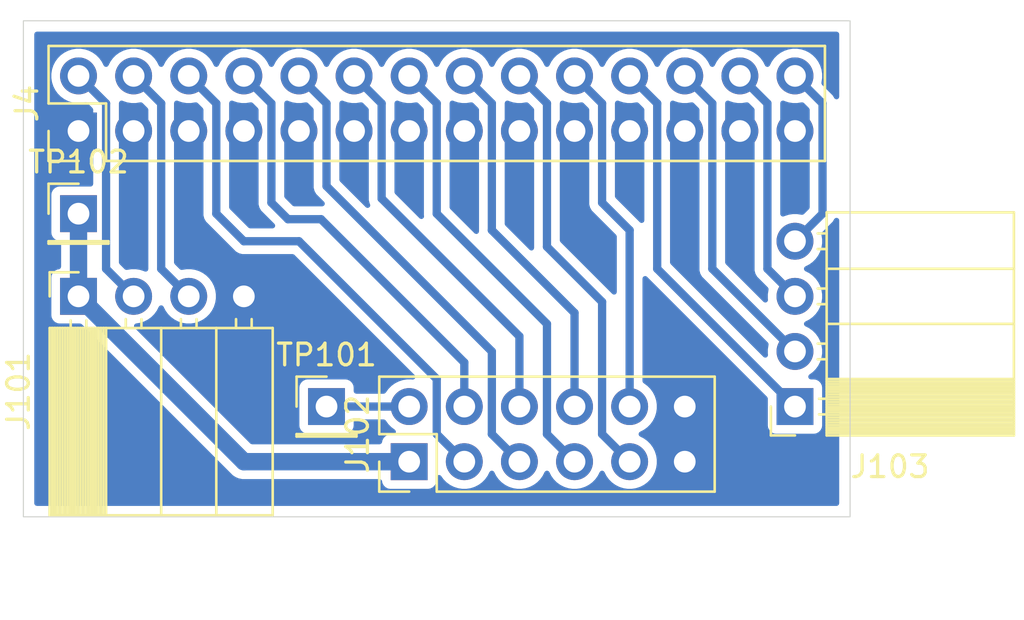
<source format=kicad_pcb>
(kicad_pcb (version 20241229) (generator "pcbnew") (generator_version "9.0")
  (layers (0 "F.Cu" jumper) (2 "B.Cu" signal) (13 "F.Paste" user) (15 "B.Paste" user) (5 "F.SilkS" user "F.Silkscreen") (7 "B.SilkS" user "B.Silkscreen") (1 "F.Mask" user) (3 "B.Mask" user) (25 "Edge.Cuts" user))
  (net 0 "")
  (net 1 "GND")
  (net 2 "+3.3V")
  (net 3 "/GPIO23")
  (net 4 "/GPIO31")
  (net 5 "/GPIO27")
  (net 6 "/GPIO22")
  (net 7 "/GPIO32")
  (net 8 "/GPIO34")
  (net 9 "/GPIO30")
  (net 10 "/GPIO25")
  (net 11 "/GPIO29")
  (net 12 "/GPIO28")
  (net 13 "/GPIO33")
  (net 14 "/GPIO35")
  (net 15 "/GPIO24")
  (net 16 "/GPIO26")
  (net 17 "/~{P2_RES}")
  (footprint "Connector_PinSocket_2.54mm:PinSocket_1x04_P2.54mm_Horizontal" (layer "F.Cu") (at 152.4 99.06 90)
    (property "Reference" "J101" (at -4.38 -2.77 90) (layer "F.SilkS"))
    (property "Value" "Conn_01x04")
    (fp_line (start 1.11 -1.33) (end 1.11 0) (stroke (width 0.12)) (layer "F.SilkS"))
    (fp_line (start 0 -1.33) (end 1.11 -1.33) (stroke (width 0.12)) (layer "F.SilkS"))
    (fp_line (start -1.46 -1.33) (end -1.46 8.95) (stroke (width 0.12)) (layer "F.SilkS"))
    (fp_line (start -10.09 -1.33) (end -1.46 -1.33) (stroke (width 0.12)) (layer "F.SilkS"))
    (fp_line (start -10.09 -1.33) (end -10.09 8.95) (stroke (width 0.12)) (layer "F.SilkS"))
    (fp_line (start -10.09 -1.21) (end -1.46 -1.21) (stroke (width 0.12)) (layer "F.SilkS"))
    (fp_line (start -10.09 -1.091905) (end -1.46 -1.091905) (stroke (width 0.12)) (layer "F.SilkS"))
    (fp_line (start -10.09 -0.97381) (end -1.46 -0.97381) (stroke (width 0.12)) (layer "F.SilkS"))
    (fp_line (start -10.09 -0.855715) (end -1.46 -0.855715) (stroke (width 0.12)) (layer "F.SilkS"))
    (fp_line (start -10.09 -0.73762) (end -1.46 -0.73762) (stroke (width 0.12)) (layer "F.SilkS"))
    (fp_line (start -10.09 -0.619525) (end -1.46 -0.619525) (stroke (width 0.12)) (layer "F.SilkS"))
    (fp_line (start -10.09 -0.50143) (end -1.46 -0.50143) (stroke (width 0.12)) (layer "F.SilkS"))
    (fp_line (start -10.09 -0.383335) (end -1.46 -0.383335) (stroke (width 0.12)) (layer "F.SilkS"))
    (fp_line (start -1.46 -0.36) (end -1.11 -0.36) (stroke (width 0.12)) (layer "F.SilkS"))
    (fp_line (start -10.09 -0.26524) (end -1.46 -0.26524) (stroke (width 0.12)) (layer "F.SilkS"))
    (fp_line (start -10.09 -0.147145) (end -1.46 -0.147145) (stroke (width 0.12)) (layer "F.SilkS"))
    (fp_line (start -10.09 -0.02905) (end -1.46 -0.02905) (stroke (width 0.12)) (layer "F.SilkS"))
    (fp_line (start -10.09 0.089045) (end -1.46 0.089045) (stroke (width 0.12)) (layer "F.SilkS"))
    (fp_line (start -10.09 0.20714) (end -1.46 0.20714) (stroke (width 0.12)) (layer "F.SilkS"))
    (fp_line (start -10.09 0.325235) (end -1.46 0.325235) (stroke (width 0.12)) (layer "F.SilkS"))
    (fp_line (start -1.46 0.36) (end -1.11 0.36) (stroke (width 0.12)) (layer "F.SilkS"))
    (fp_line (start -10.09 0.44333) (end -1.46 0.44333) (stroke (width 0.12)) (layer "F.SilkS"))
    (fp_line (start -10.09 0.561425) (end -1.46 0.561425) (stroke (width 0.12)) (layer "F.SilkS"))
    (fp_line (start -10.09 0.67952) (end -1.46 0.67952) (stroke (width 0.12)) (layer "F.SilkS"))
    (fp_line (start -10.09 0.797615) (end -1.46 0.797615) (stroke (width 0.12)) (layer "F.SilkS"))
    (fp_line (start -10.09 0.91571) (end -1.46 0.91571) (stroke (width 0.12)) (layer "F.SilkS"))
    (fp_line (start -10.09 1.033805) (end -1.46 1.033805) (stroke (width 0.12)) (layer "F.SilkS"))
    (fp_line (start -10.09 1.1519) (end -1.46 1.1519) (stroke (width 0.12)) (layer "F.SilkS"))
    (fp_line (start -10.09 1.27) (end -1.46 1.27) (stroke (width 0.12)) (layer "F.SilkS"))
    (fp_line (start -1.46 2.18) (end -1.05 2.18) (stroke (width 0.12)) (layer "F.SilkS"))
    (fp_line (start -1.46 2.9) (end -1.05 2.9) (stroke (width 0.12)) (layer "F.SilkS"))
    (fp_line (start -10.09 3.81) (end -1.46 3.81) (stroke (width 0.12)) (layer "F.SilkS"))
    (fp_line (start -1.46 4.72) (end -1.05 4.72) (stroke (width 0.12)) (layer "F.SilkS"))
    (fp_line (start -1.46 5.44) (end -1.05 5.44) (stroke (width 0.12)) (layer "F.SilkS"))
    (fp_line (start -10.09 6.35) (end -1.46 6.35) (stroke (width 0.12)) (layer "F.SilkS"))
    (fp_line (start -1.46 7.26) (end -1.05 7.26) (stroke (width 0.12)) (layer "F.SilkS"))
    (fp_line (start -1.46 7.98) (end -1.05 7.98) (stroke (width 0.12)) (layer "F.SilkS"))
    (fp_line (start -10.09 8.95) (end -1.46 8.95) (stroke (width 0.12)) (layer "F.SilkS"))
    (pad "1" thru_hole rect (at 0 0 90) (size 1.7 1.7) (drill 1) (layers "*.Cu" "*.Mask") (net 2 "+3.3V"))
    (pad "2" thru_hole circle (at 0 2.54 90) (size 1.7 1.7) (drill 1) (layers "*.Cu" "*.Mask") (net 6 "/GPIO22"))
    (pad "3" thru_hole circle (at 0 5.08 90) (size 1.7 1.7) (drill 1) (layers "*.Cu" "*.Mask") (net 3 "/GPIO23"))
    (pad "4" thru_hole circle (at 0 7.62 90) (size 1.7 1.7) (drill 1) (layers "*.Cu" "*.Mask") (net 1 "GND"))
  )
  (footprint "Connector_PinSocket_2.54mm:PinSocket_1x04_P2.54mm_Horizontal" (layer "F.Cu") (at 185.42 104.14 180)
    (property "Reference" "J103" (at -4.38 -2.77 0) (layer "F.SilkS"))
    (property "Value" "Conn_01x04")
    (fp_line (start 1.11 -1.33) (end 1.11 0) (stroke (width 0.12)) (layer "F.SilkS"))
    (fp_line (start 0 -1.33) (end 1.11 -1.33) (stroke (width 0.12)) (layer "F.SilkS"))
    (fp_line (start -1.46 7.98) (end -1.05 7.98) (stroke (width 0.12)) (layer "F.SilkS"))
    (fp_line (start -1.46 7.26) (end -1.05 7.26) (stroke (width 0.12)) (layer "F.SilkS"))
    (fp_line (start -1.46 5.44) (end -1.05 5.44) (stroke (width 0.12)) (layer "F.SilkS"))
    (fp_line (start -1.46 4.72) (end -1.05 4.72) (stroke (width 0.12)) (layer "F.SilkS"))
    (fp_line (start -1.46 2.9) (end -1.05 2.9) (stroke (width 0.12)) (layer "F.SilkS"))
    (fp_line (start -1.46 2.18) (end -1.05 2.18) (stroke (width 0.12)) (layer "F.SilkS"))
    (fp_line (start -1.46 0.36) (end -1.11 0.36) (stroke (width 0.12)) (layer "F.SilkS"))
    (fp_line (start -1.46 -0.36) (end -1.11 -0.36) (stroke (width 0.12)) (layer "F.SilkS"))
    (fp_line (start -1.46 -1.33) (end -1.46 8.95) (stroke (width 0.12)) (layer "F.SilkS"))
    (fp_line (start -10.09 8.95) (end -1.46 8.95) (stroke (width 0.12)) (layer "F.SilkS"))
    (fp_line (start -10.09 6.35) (end -1.46 6.35) (stroke (width 0.12)) (layer "F.SilkS"))
    (fp_line (start -10.09 3.81) (end -1.46 3.81) (stroke (width 0.12)) (layer "F.SilkS"))
    (fp_line (start -10.09 1.27) (end -1.46 1.27) (stroke (width 0.12)) (layer "F.SilkS"))
    (fp_line (start -10.09 1.1519) (end -1.46 1.1519) (stroke (width 0.12)) (layer "F.SilkS"))
    (fp_line (start -10.09 1.033805) (end -1.46 1.033805) (stroke (width 0.12)) (layer "F.SilkS"))
    (fp_line (start -10.09 0.91571) (end -1.46 0.91571) (stroke (width 0.12)) (layer "F.SilkS"))
    (fp_line (start -10.09 0.797615) (end -1.46 0.797615) (stroke (width 0.12)) (layer "F.SilkS"))
    (fp_line (start -10.09 0.67952) (end -1.46 0.67952) (stroke (width 0.12)) (layer "F.SilkS"))
    (fp_line (start -10.09 0.561425) (end -1.46 0.561425) (stroke (width 0.12)) (layer "F.SilkS"))
    (fp_line (start -10.09 0.44333) (end -1.46 0.44333) (stroke (width 0.12)) (layer "F.SilkS"))
    (fp_line (start -10.09 0.325235) (end -1.46 0.325235) (stroke (width 0.12)) (layer "F.SilkS"))
    (fp_line (start -10.09 0.20714) (end -1.46 0.20714) (stroke (width 0.12)) (layer "F.SilkS"))
    (fp_line (start -10.09 0.089045) (end -1.46 0.089045) (stroke (width 0.12)) (layer "F.SilkS"))
    (fp_line (start -10.09 -0.02905) (end -1.46 -0.02905) (stroke (width 0.12)) (layer "F.SilkS"))
    (fp_line (start -10.09 -0.147145) (end -1.46 -0.147145) (stroke (width 0.12)) (layer "F.SilkS"))
    (fp_line (start -10.09 -0.26524) (end -1.46 -0.26524) (stroke (width 0.12)) (layer "F.SilkS"))
    (fp_line (start -10.09 -0.383335) (end -1.46 -0.383335) (stroke (width 0.12)) (layer "F.SilkS"))
    (fp_line (start -10.09 -0.50143) (end -1.46 -0.50143) (stroke (width 0.12)) (layer "F.SilkS"))
    (fp_line (start -10.09 -0.619525) (end -1.46 -0.619525) (stroke (width 0.12)) (layer "F.SilkS"))
    (fp_line (start -10.09 -0.73762) (end -1.46 -0.73762) (stroke (width 0.12)) (layer "F.SilkS"))
    (fp_line (start -10.09 -0.855715) (end -1.46 -0.855715) (stroke (width 0.12)) (layer "F.SilkS"))
    (fp_line (start -10.09 -0.97381) (end -1.46 -0.97381) (stroke (width 0.12)) (layer "F.SilkS"))
    (fp_line (start -10.09 -1.091905) (end -1.46 -1.091905) (stroke (width 0.12)) (layer "F.SilkS"))
    (fp_line (start -10.09 -1.21) (end -1.46 -1.21) (stroke (width 0.12)) (layer "F.SilkS"))
    (fp_line (start -10.09 -1.33) (end -1.46 -1.33) (stroke (width 0.12)) (layer "F.SilkS"))
    (fp_line (start -10.09 -1.33) (end -10.09 8.95) (stroke (width 0.12)) (layer "F.SilkS"))
    (pad "1" thru_hole rect (at 0 0 180) (size 1.7 1.7) (drill 1) (layers "*.Cu" "*.Mask") (net 7 "/GPIO32"))
    (pad "2" thru_hole circle (at 0 2.54 180) (size 1.7 1.7) (drill 1) (layers "*.Cu" "*.Mask") (net 13 "/GPIO33"))
    (pad "3" thru_hole circle (at 0 5.08 180) (size 1.7 1.7) (drill 1) (layers "*.Cu" "*.Mask") (net 8 "/GPIO34"))
    (pad "4" thru_hole circle (at 0 7.62 180) (size 1.7 1.7) (drill 1) (layers "*.Cu" "*.Mask") (net 14 "/GPIO35"))
  )
  (footprint "Connector_PinHeader_2.54mm:PinHeader_2x06_P2.54mm_Vertical" (layer "F.Cu") (at 167.64 106.68 90)
    (property "Reference" "J102" (at 1.27 -2.38 90) (layer "F.SilkS"))
    (property "Value" "Conn_02x06_Odd_Even")
    (fp_line (start 3.92 -1.38) (end 3.92 14.08) (stroke (width 0.12)) (layer "F.SilkS"))
    (fp_line (start 1.27 -1.38) (end 3.92 -1.38) (stroke (width 0.12)) (layer "F.SilkS"))
    (fp_line (start -1.38 -1.38) (end 0 -1.38) (stroke (width 0.12)) (layer "F.SilkS"))
    (fp_line (start -1.38 0) (end -1.38 -1.38) (stroke (width 0.12)) (layer "F.SilkS"))
    (fp_line (start 1.27 1.27) (end 1.27 -1.38) (stroke (width 0.12)) (layer "F.SilkS"))
    (fp_line (start -1.38 1.27) (end 1.27 1.27) (stroke (width 0.12)) (layer "F.SilkS"))
    (fp_line (start -1.38 1.27) (end -1.38 14.08) (stroke (width 0.12)) (layer "F.SilkS"))
    (fp_line (start -1.38 14.08) (end 3.92 14.08) (stroke (width 0.12)) (layer "F.SilkS"))
    (pad "1" thru_hole rect (at 0 0 90) (size 1.7 1.7) (drill 1) (layers "*.Cu" "*.Mask") (net 2 "+3.3V"))
    (pad "2" thru_hole circle (at 2.54 0 90) (size 1.7 1.7) (drill 1) (layers "*.Cu" "*.Mask") (net 17 "/~{P2_RES}"))
    (pad "3" thru_hole circle (at 0 2.54 90) (size 1.7 1.7) (drill 1) (layers "*.Cu" "*.Mask") (net 15 "/GPIO24"))
    (pad "4" thru_hole circle (at 2.54 2.54 90) (size 1.7 1.7) (drill 1) (layers "*.Cu" "*.Mask") (net 10 "/GPIO25"))
    (pad "5" thru_hole circle (at 0 5.08 90) (size 1.7 1.7) (drill 1) (layers "*.Cu" "*.Mask") (net 16 "/GPIO26"))
    (pad "6" thru_hole circle (at 2.54 5.08 90) (size 1.7 1.7) (drill 1) (layers "*.Cu" "*.Mask") (net 5 "/GPIO27"))
    (pad "7" thru_hole circle (at 0 7.62 90) (size 1.7 1.7) (drill 1) (layers "*.Cu" "*.Mask") (net 12 "/GPIO28"))
    (pad "8" thru_hole circle (at 2.54 7.62 90) (size 1.7 1.7) (drill 1) (layers "*.Cu" "*.Mask") (net 11 "/GPIO29"))
    (pad "9" thru_hole circle (at 0 10.16 90) (size 1.7 1.7) (drill 1) (layers "*.Cu" "*.Mask") (net 9 "/GPIO30"))
    (pad "10" thru_hole circle (at 2.54 10.16 90) (size 1.7 1.7) (drill 1) (layers "*.Cu" "*.Mask") (net 4 "/GPIO31"))
    (pad "11" thru_hole circle (at 0 12.7 90) (size 1.7 1.7) (drill 1) (layers "*.Cu" "*.Mask") (net 1 "GND"))
    (pad "12" thru_hole circle (at 2.54 12.7 90) (size 1.7 1.7) (drill 1) (layers "*.Cu" "*.Mask") (net 1 "GND"))
  )
  (footprint "Connector_PinHeader_2.54mm:PinHeader_1x01_P2.54mm_Vertical" (layer "F.Cu") (at 163.83 104.14)
    (property "Reference" "TP101" (at 0 -2.38 0) (layer "F.SilkS"))
    (property "Value" "TestPoint")
    (fp_line (start -1.38 -1.38) (end 0 -1.38) (stroke (width 0.12)) (layer "F.SilkS"))
    (fp_line (start -1.38 0) (end -1.38 -1.38) (stroke (width 0.12)) (layer "F.SilkS"))
    (fp_line (start -1.38 1.27) (end -1.38 1.38) (stroke (width 0.12)) (layer "F.SilkS"))
    (fp_line (start -1.38 1.27) (end 1.38 1.27) (stroke (width 0.12)) (layer "F.SilkS"))
    (fp_line (start -1.38 1.38) (end 1.38 1.38) (stroke (width 0.12)) (layer "F.SilkS"))
    (fp_line (start 1.38 1.27) (end 1.38 1.38) (stroke (width 0.12)) (layer "F.SilkS"))
    (pad "1" thru_hole rect (at 0 0) (size 1.7 1.7) (drill 1) (layers "*.Cu" "*.Mask") (net 17 "/~{P2_RES}"))
  )
  (footprint "Connector_PinHeader_2.54mm:PinHeader_1x01_P2.54mm_Vertical" (layer "F.Cu") (at 152.4 95.25)
    (property "Reference" "TP102" (at 0 -2.38 0) (layer "F.SilkS"))
    (property "Value" "TestPoint")
    (fp_line (start -1.38 -1.38) (end 0 -1.38) (stroke (width 0.12)) (layer "F.SilkS"))
    (fp_line (start -1.38 0) (end -1.38 -1.38) (stroke (width 0.12)) (layer "F.SilkS"))
    (fp_line (start -1.38 1.27) (end -1.38 1.38) (stroke (width 0.12)) (layer "F.SilkS"))
    (fp_line (start -1.38 1.27) (end 1.38 1.27) (stroke (width 0.12)) (layer "F.SilkS"))
    (fp_line (start -1.38 1.38) (end 1.38 1.38) (stroke (width 0.12)) (layer "F.SilkS"))
    (fp_line (start 1.38 1.27) (end 1.38 1.38) (stroke (width 0.12)) (layer "F.SilkS"))
    (pad "1" thru_hole rect (at 0 0) (size 1.7 1.7) (drill 1) (layers "*.Cu" "*.Mask") (net 2 "+3.3V"))
  )
  (footprint "Connector_PinHeader_2.54mm:PinHeader_2x14_P2.54mm_Vertical" (layer "F.Cu") (at 152.4 91.44 90)
    (property "Reference" "J4" (at 1.27 -2.38 90) (layer "F.SilkS"))
    (property "Value" "Conn_Center")
    (fp_line (start 3.92 -1.38) (end 3.92 34.4) (stroke (width 0.12)) (layer "F.SilkS"))
    (fp_line (start 1.27 -1.38) (end 3.92 -1.38) (stroke (width 0.12)) (layer "F.SilkS"))
    (fp_line (start -1.38 -1.38) (end 0 -1.38) (stroke (width 0.12)) (layer "F.SilkS"))
    (fp_line (start -1.38 0) (end -1.38 -1.38) (stroke (width 0.12)) (layer "F.SilkS"))
    (fp_line (start 1.27 1.27) (end 1.27 -1.38) (stroke (width 0.12)) (layer "F.SilkS"))
    (fp_line (start -1.38 1.27) (end 1.27 1.27) (stroke (width 0.12)) (layer "F.SilkS"))
    (fp_line (start -1.38 1.27) (end -1.38 34.4) (stroke (width 0.12)) (layer "F.SilkS"))
    (fp_line (start -1.38 34.4) (end 3.92 34.4) (stroke (width 0.12)) (layer "F.SilkS"))
    (pad "1" thru_hole rect (at 0 0 90) (size 1.7 1.7) (drill 1) (layers "*.Cu" "*.Mask") (net 1 "GND"))
    (pad "2" thru_hole circle (at 2.54 0 90) (size 1.7 1.7) (drill 1) (layers "*.Cu" "*.Mask") (net 6 "/GPIO22"))
    (pad "3" thru_hole circle (at 0 2.54 90) (size 1.7 1.7) (drill 1) (layers "*.Cu" "*.Mask") (net 1 "GND"))
    (pad "4" thru_hole circle (at 2.54 2.54 90) (size 1.7 1.7) (drill 1) (layers "*.Cu" "*.Mask") (net 3 "/GPIO23"))
    (pad "5" thru_hole circle (at 0 5.08 90) (size 1.7 1.7) (drill 1) (layers "*.Cu" "*.Mask") (net 1 "GND"))
    (pad "6" thru_hole circle (at 2.54 5.08 90) (size 1.7 1.7) (drill 1) (layers "*.Cu" "*.Mask") (net 15 "/GPIO24"))
    (pad "7" thru_hole circle (at 0 7.62 90) (size 1.7 1.7) (drill 1) (layers "*.Cu" "*.Mask") (net 1 "GND"))
    (pad "8" thru_hole circle (at 2.54 7.62 90) (size 1.7 1.7) (drill 1) (layers "*.Cu" "*.Mask") (net 10 "/GPIO25"))
    (pad "9" thru_hole circle (at 0 10.16 90) (size 1.7 1.7) (drill 1) (layers "*.Cu" "*.Mask") (net 1 "GND"))
    (pad "10" thru_hole circle (at 2.54 10.16 90) (size 1.7 1.7) (drill 1) (layers "*.Cu" "*.Mask") (net 16 "/GPIO26"))
    (pad "11" thru_hole circle (at 0 12.7 90) (size 1.7 1.7) (drill 1) (layers "*.Cu" "*.Mask") (net 1 "GND"))
    (pad "12" thru_hole circle (at 2.54 12.7 90) (size 1.7 1.7) (drill 1) (layers "*.Cu" "*.Mask") (net 5 "/GPIO27"))
    (pad "13" thru_hole circle (at 0 15.24 90) (size 1.7 1.7) (drill 1) (layers "*.Cu" "*.Mask") (net 1 "GND"))
    (pad "14" thru_hole circle (at 2.54 15.24 90) (size 1.7 1.7) (drill 1) (layers "*.Cu" "*.Mask") (net 12 "/GPIO28"))
    (pad "15" thru_hole circle (at 0 17.78 90) (size 1.7 1.7) (drill 1) (layers "*.Cu" "*.Mask") (net 1 "GND"))
    (pad "16" thru_hole circle (at 2.54 17.78 90) (size 1.7 1.7) (drill 1) (layers "*.Cu" "*.Mask") (net 11 "/GPIO29"))
    (pad "17" thru_hole circle (at 0 20.32 90) (size 1.7 1.7) (drill 1) (layers "*.Cu" "*.Mask") (net 1 "GND"))
    (pad "18" thru_hole circle (at 2.54 20.32 90) (size 1.7 1.7) (drill 1) (layers "*.Cu" "*.Mask") (net 9 "/GPIO30"))
    (pad "19" thru_hole circle (at 0 22.86 90) (size 1.7 1.7) (drill 1) (layers "*.Cu" "*.Mask") (net 1 "GND"))
    (pad "20" thru_hole circle (at 2.54 22.86 90) (size 1.7 1.7) (drill 1) (layers "*.Cu" "*.Mask") (net 4 "/GPIO31"))
    (pad "21" thru_hole circle (at 0 25.4 90) (size 1.7 1.7) (drill 1) (layers "*.Cu" "*.Mask") (net 1 "GND"))
    (pad "22" thru_hole circle (at 2.54 25.4 90) (size 1.7 1.7) (drill 1) (layers "*.Cu" "*.Mask") (net 7 "/GPIO32"))
    (pad "23" thru_hole circle (at 0 27.94 90) (size 1.7 1.7) (drill 1) (layers "*.Cu" "*.Mask") (net 1 "GND"))
    (pad "24" thru_hole circle (at 2.54 27.94 90) (size 1.7 1.7) (drill 1) (layers "*.Cu" "*.Mask") (net 13 "/GPIO33"))
    (pad "25" thru_hole circle (at 0 30.48 90) (size 1.7 1.7) (drill 1) (layers "*.Cu" "*.Mask") (net 1 "GND"))
    (pad "26" thru_hole circle (at 2.54 30.48 90) (size 1.7 1.7) (drill 1) (layers "*.Cu" "*.Mask") (net 8 "/GPIO34"))
    (pad "27" thru_hole circle (at 0 33.02 90) (size 1.7 1.7) (drill 1) (layers "*.Cu" "*.Mask") (net 1 "GND"))
    (pad "28" thru_hole circle (at 2.54 33.02 90) (size 1.7 1.7) (drill 1) (layers "*.Cu" "*.Mask") (net 14 "/GPIO35"))
  )
  (gr_rect (start 149.86 86.36) (end 187.96 109.22) (stroke (width 0.05)) (fill no) (layer "Edge.Cuts"))
  (segment (start 167.64 106.68) (end 160.02 106.68) (width 0.8) (layer "B.Cu") (net 2))
  (segment (start 160.02 106.68) (end 152.4 99.06) (width 0.8) (layer "B.Cu") (net 2))
  (segment (start 152.4 99.06) (end 152.4 95.25) (width 0.8) (layer "B.Cu") (net 2))
  (segment (start 156.21 97.79) (end 157.48 99.06) (width 0.381) (layer "B.Cu") (net 3))
  (segment (start 154.94 88.9) (end 156.21 90.17) (width 0.381) (layer "B.Cu") (net 3))
  (segment (start 156.21 90.17) (end 156.21 97.79) (width 0.381) (layer "B.Cu") (net 3))
  (segment (start 176.53 94.742) (end 177.8 96.012) (width 0.381) (layer "B.Cu") (net 4))
  (segment (start 175.26 88.9) (end 176.53 90.17) (width 0.381) (layer "B.Cu") (net 4))
  (segment (start 177.8 96.012) (end 177.8 104.14) (width 0.381) (layer "B.Cu") (net 4))
  (segment (start 176.53 90.17) (end 176.53 94.742) (width 0.381) (layer "B.Cu") (net 4))
  (segment (start 172.72 100.9015) (end 166.37 94.5515) (width 0.381) (layer "B.Cu") (net 5))
  (segment (start 166.37 90.17) (end 165.1 88.9) (width 0.381) (layer "B.Cu") (net 5))
  (segment (start 172.72 104.14) (end 172.72 100.9015) (width 0.381) (layer "B.Cu") (net 5))
  (segment (start 166.37 94.5515) (end 166.37 90.17) (width 0.381) (layer "B.Cu") (net 5))
  (segment (start 153.67 97.79) (end 154.94 99.06) (width 0.381) (layer "B.Cu") (net 6))
  (segment (start 152.4 88.9) (end 153.67 90.17) (width 0.381) (layer "B.Cu") (net 6))
  (segment (start 153.67 90.17) (end 153.67 97.79) (width 0.381) (layer "B.Cu") (net 6))
  (segment (start 179.07 90.17) (end 179.07 97.79) (width 0.381) (layer "B.Cu") (net 7))
  (segment (start 177.8 88.9) (end 179.07 90.17) (width 0.381) (layer "B.Cu") (net 7))
  (segment (start 179.07 97.79) (end 185.42 104.14) (width 0.381) (layer "B.Cu") (net 7))
  (segment (start 184.15 97.79) (end 185.42 99.06) (width 0.381) (layer "B.Cu") (net 8))
  (segment (start 184.15 90.17) (end 184.15 97.79) (width 0.381) (layer "B.Cu") (net 8))
  (segment (start 182.88 88.9) (end 184.15 90.17) (width 0.381) (layer "B.Cu") (net 8))
  (segment (start 172.72 88.9) (end 173.99 90.17) (width 0.381) (layer "B.Cu") (net 9))
  (segment (start 176.53 105.41) (end 177.8 106.68) (width 0.381) (layer "B.Cu") (net 9))
  (segment (start 176.53 99.314) (end 176.53 105.41) (width 0.381) (layer "B.Cu") (net 9))
  (segment (start 173.99 90.17) (end 173.99 96.774) (width 0.381) (layer "B.Cu") (net 9))
  (segment (start 173.99 96.774) (end 176.53 99.314) (width 0.381) (layer "B.Cu") (net 9))
  (segment (start 161.29 94.742) (end 161.29 90.17) (width 0.381) (layer "B.Cu") (net 10))
  (segment (start 162.052 95.504) (end 161.29 94.742) (width 0.381) (layer "B.Cu") (net 10))
  (segment (start 163.576 95.504) (end 162.052 95.504) (width 0.381) (layer "B.Cu") (net 10))
  (segment (start 161.29 90.17) (end 160.02 88.9) (width 0.381) (layer "B.Cu") (net 10))
  (segment (start 170.18 104.14) (end 170.18 102.108) (width 0.381) (layer "B.Cu") (net 10))
  (segment (start 170.18 102.108) (end 163.576 95.504) (width 0.381) (layer "B.Cu") (net 10))
  (segment (start 170.18 88.9) (end 171.45 90.17) (width 0.381) (layer "B.Cu") (net 11))
  (segment (start 171.45 90.17) (end 171.45 96.012) (width 0.381) (layer "B.Cu") (net 11))
  (segment (start 171.45 96.012) (end 175.26 99.822) (width 0.381) (layer "B.Cu") (net 11))
  (segment (start 175.26 99.822) (end 175.26 104.14) (width 0.381) (layer "B.Cu") (net 11))
  (segment (start 173.99 100.33) (end 173.99 105.41) (width 0.381) (layer "B.Cu") (net 12))
  (segment (start 168.91 95.25) (end 173.99 100.33) (width 0.381) (layer "B.Cu") (net 12))
  (segment (start 173.99 105.41) (end 175.26 106.68) (width 0.381) (layer "B.Cu") (net 12))
  (segment (start 168.91 90.17) (end 168.91 95.25) (width 0.381) (layer "B.Cu") (net 12))
  (segment (start 167.64 88.9) (end 168.91 90.17) (width 0.381) (layer "B.Cu") (net 12))
  (segment (start 180.34 88.9) (end 181.61 90.17) (width 0.381) (layer "B.Cu") (net 13))
  (segment (start 181.61 97.79) (end 185.42 101.6) (width 0.381) (layer "B.Cu") (net 13))
  (segment (start 181.61 90.17) (end 181.61 97.79) (width 0.381) (layer "B.Cu") (net 13))
  (segment (start 185.42 88.9) (end 186.69 90.17) (width 0.381) (layer "B.Cu") (net 14))
  (segment (start 186.69 95.25) (end 185.42 96.52) (width 0.381) (layer "B.Cu") (net 14))
  (segment (start 186.69 90.17) (end 186.69 95.25) (width 0.381) (layer "B.Cu") (net 14))
  (segment (start 158.75 90.17) (end 158.75 95.25) (width 0.381) (layer "B.Cu") (net 15))
  (segment (start 158.75 95.25) (end 160.02 96.52) (width 0.381) (layer "B.Cu") (net 15))
  (segment (start 157.48 88.9) (end 158.75 90.17) (width 0.381) (layer "B.Cu") (net 15))
  (segment (start 160.02 96.52) (end 162.56 96.52) (width 0.381) (layer "B.Cu") (net 15))
  (segment (start 168.91 105.41) (end 170.18 106.68) (width 0.381) (layer "B.Cu") (net 15))
  (segment (start 162.56 96.52) (end 168.91 102.87) (width 0.381) (layer "B.Cu") (net 15))
  (segment (start 168.91 102.87) (end 168.91 105.41) (width 0.381) (layer "B.Cu") (net 15))
  (segment (start 171.45 101.6) (end 171.45 105.41) (width 0.381) (layer "B.Cu") (net 16))
  (segment (start 163.83 90.17) (end 163.83 93.98) (width 0.381) (layer "B.Cu") (net 16))
  (segment (start 171.45 105.41) (end 172.72 106.68) (width 0.381) (layer "B.Cu") (net 16))
  (segment (start 163.83 93.98) (end 171.45 101.6) (width 0.381) (layer "B.Cu") (net 16))
  (segment (start 162.56 88.9) (end 163.83 90.17) (width 0.381) (layer "B.Cu") (net 16))
  (segment (start 163.83 104.14) (end 167.64 104.14) (width 0.381) (layer "B.Cu") (net 17))
  (zone (net 1) (net_name "GND") (layer "B.Cu") (connect_pads yes (clearance 0.4)) (min_thickness 0.25) (fill yes (thermal_gap 0.5) (thermal_bridge_width 0.4))
    (polygon (pts (xy 149.86 86.36) (xy 187.96 86.36) (xy 187.96 109.22) (xy 149.86 109.22)))
  )
)
</source>
